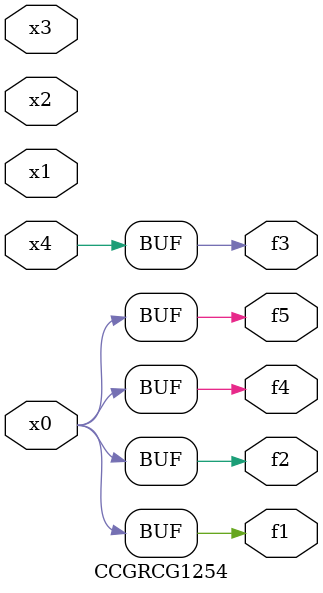
<source format=v>
module CCGRCG1254(
	input x0, x1, x2, x3, x4,
	output f1, f2, f3, f4, f5
);
	assign f1 = x0;
	assign f2 = x0;
	assign f3 = x4;
	assign f4 = x0;
	assign f5 = x0;
endmodule

</source>
